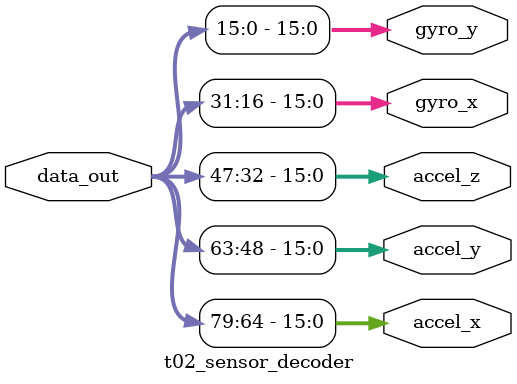
<source format=sv>
`default_nettype none

module t02_sensor_decoder(
    input logic [79:0] data_out,
    output logic [15:0] accel_x, accel_y, accel_z, gyro_x, gyro_y
);

    assign accel_x = data_out[79:64];
    assign accel_y = data_out[63:48];
    assign accel_z = data_out[47:32];
    assign gyro_x = data_out[31:16];
    assign gyro_y = data_out[15:0];


endmodule
</source>
